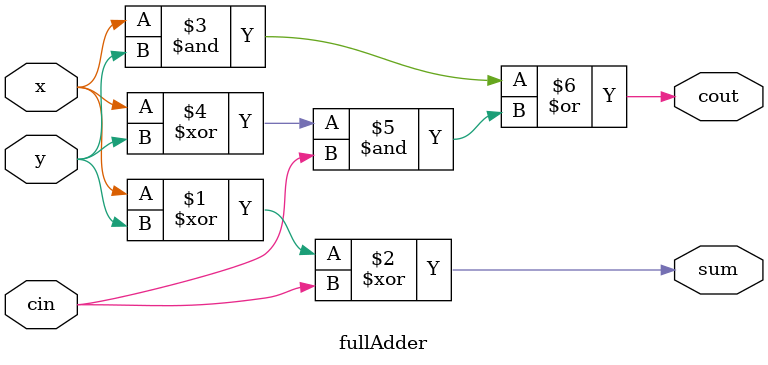
<source format=v>
`timescale 1ns / 1ps


module fullAdder(
    input x, y, cin,
    output sum, cout
);
assign sum = x ^ y ^ cin;
assign cout = x & y | (x ^ y) & cin;

endmodule // fullAdder
</source>
